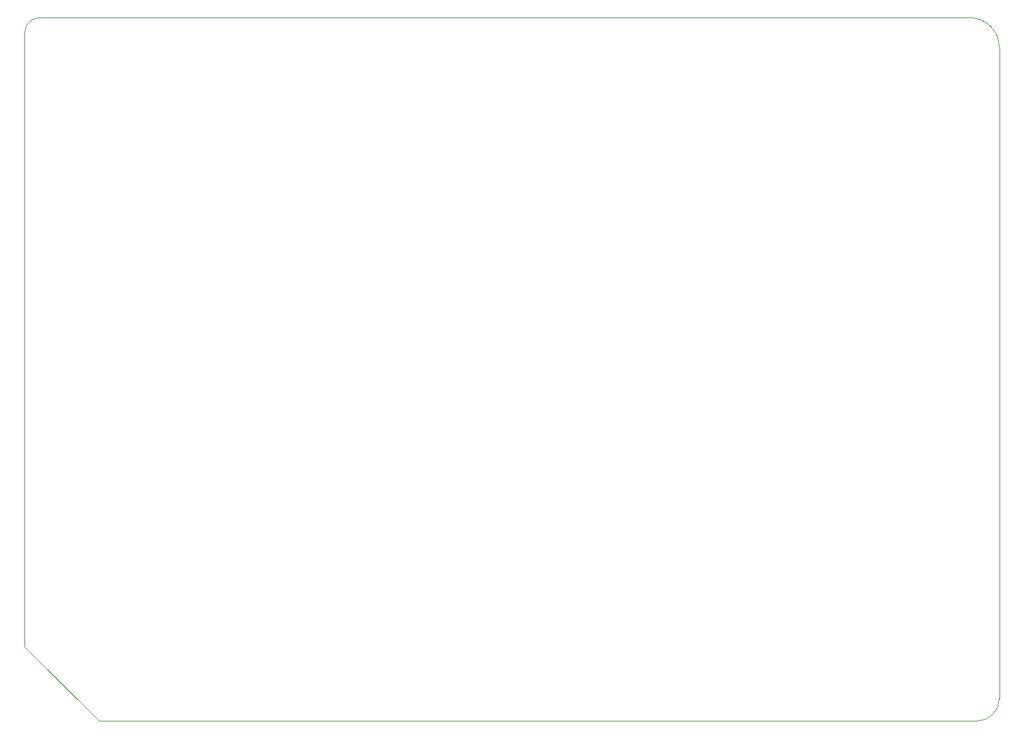
<source format=gbr>
%TF.GenerationSoftware,KiCad,Pcbnew,(6.0.5)*%
%TF.CreationDate,2022-06-20T23:21:56+02:00*%
%TF.ProjectId,clarinoid-devboard,636c6172-696e-46f6-9964-2d646576626f,rev?*%
%TF.SameCoordinates,Original*%
%TF.FileFunction,Profile,NP*%
%FSLAX46Y46*%
G04 Gerber Fmt 4.6, Leading zero omitted, Abs format (unit mm)*
G04 Created by KiCad (PCBNEW (6.0.5)) date 2022-06-20 23:21:56*
%MOMM*%
%LPD*%
G01*
G04 APERTURE LIST*
%TA.AperFunction,Profile*%
%ADD10C,0.100000*%
%TD*%
G04 APERTURE END LIST*
D10*
X88660804Y-25447034D02*
X214160804Y-25447034D01*
X86660804Y-110447034D02*
X86660804Y-27447034D01*
X218160804Y-29447034D02*
X218160804Y-117447034D01*
X218160766Y-29447034D02*
G75*
G03*
X214160804Y-25447034I-3999966J34D01*
G01*
X215160804Y-120447004D02*
G75*
G03*
X218160804Y-117447034I-4J3000004D01*
G01*
X86660804Y-110447034D02*
X96660804Y-120447034D01*
X88660804Y-25447004D02*
G75*
G03*
X86660804Y-27447034I-4J-1999996D01*
G01*
X215160804Y-120447034D02*
X96660804Y-120447034D01*
M02*

</source>
